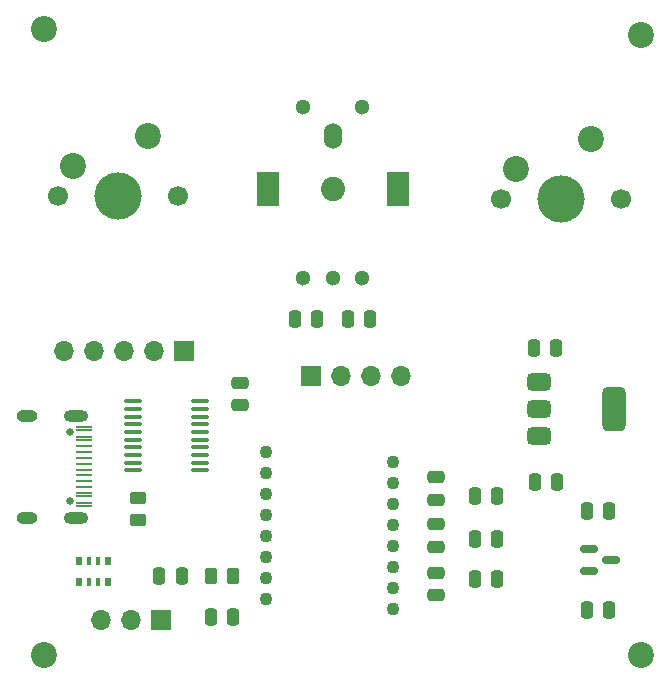
<source format=gbr>
%TF.GenerationSoftware,KiCad,Pcbnew,8.0.6*%
%TF.CreationDate,2024-12-31T08:05:46-06:00*%
%TF.ProjectId,003Ball,30303342-616c-46c2-9e6b-696361645f70,rev?*%
%TF.SameCoordinates,Original*%
%TF.FileFunction,Soldermask,Top*%
%TF.FilePolarity,Negative*%
%FSLAX46Y46*%
G04 Gerber Fmt 4.6, Leading zero omitted, Abs format (unit mm)*
G04 Created by KiCad (PCBNEW 8.0.6) date 2024-12-31 08:05:46*
%MOMM*%
%LPD*%
G01*
G04 APERTURE LIST*
G04 Aperture macros list*
%AMRoundRect*
0 Rectangle with rounded corners*
0 $1 Rounding radius*
0 $2 $3 $4 $5 $6 $7 $8 $9 X,Y pos of 4 corners*
0 Add a 4 corners polygon primitive as box body*
4,1,4,$2,$3,$4,$5,$6,$7,$8,$9,$2,$3,0*
0 Add four circle primitives for the rounded corners*
1,1,$1+$1,$2,$3*
1,1,$1+$1,$4,$5*
1,1,$1+$1,$6,$7*
1,1,$1+$1,$8,$9*
0 Add four rect primitives between the rounded corners*
20,1,$1+$1,$2,$3,$4,$5,0*
20,1,$1+$1,$4,$5,$6,$7,0*
20,1,$1+$1,$6,$7,$8,$9,0*
20,1,$1+$1,$8,$9,$2,$3,0*%
G04 Aperture macros list end*
%ADD10RoundRect,0.150000X-0.587500X-0.150000X0.587500X-0.150000X0.587500X0.150000X-0.587500X0.150000X0*%
%ADD11RoundRect,0.375000X-0.625000X-0.375000X0.625000X-0.375000X0.625000X0.375000X-0.625000X0.375000X0*%
%ADD12RoundRect,0.500000X-0.500000X-1.400000X0.500000X-1.400000X0.500000X1.400000X-0.500000X1.400000X0*%
%ADD13C,1.100000*%
%ADD14RoundRect,0.100000X0.637500X0.100000X-0.637500X0.100000X-0.637500X-0.100000X0.637500X-0.100000X0*%
%ADD15C,1.700000*%
%ADD16C,4.000000*%
%ADD17C,2.200000*%
%ADD18R,1.900000X3.000000*%
%ADD19O,1.550000X2.200000*%
%ADD20C,2.050000*%
%ADD21C,1.300000*%
%ADD22R,0.500000X0.800000*%
%ADD23R,0.400000X0.800000*%
%ADD24RoundRect,0.250000X0.262500X0.450000X-0.262500X0.450000X-0.262500X-0.450000X0.262500X-0.450000X0*%
%ADD25RoundRect,0.250000X0.450000X-0.262500X0.450000X0.262500X-0.450000X0.262500X-0.450000X-0.262500X0*%
%ADD26R,1.700000X1.700000*%
%ADD27O,1.700000X1.700000*%
%ADD28C,0.650000*%
%ADD29R,1.400000X0.250000*%
%ADD30O,2.100000X1.000000*%
%ADD31O,1.800000X1.000000*%
%ADD32RoundRect,0.250000X-0.250000X-0.475000X0.250000X-0.475000X0.250000X0.475000X-0.250000X0.475000X0*%
%ADD33RoundRect,0.250000X0.250000X0.475000X-0.250000X0.475000X-0.250000X-0.475000X0.250000X-0.475000X0*%
%ADD34RoundRect,0.250000X0.475000X-0.250000X0.475000X0.250000X-0.475000X0.250000X-0.475000X-0.250000X0*%
%ADD35RoundRect,0.250000X-0.475000X0.250000X-0.475000X-0.250000X0.475000X-0.250000X0.475000X0.250000X0*%
G04 APERTURE END LIST*
D10*
%TO.C,U4*%
X201112500Y-79050000D03*
X201112500Y-80950000D03*
X202987500Y-80000000D03*
%TD*%
D11*
%TO.C,U3*%
X196912500Y-64900000D03*
X196912500Y-67200000D03*
D12*
X203212500Y-67200000D03*
D11*
X196912500Y-69500000D03*
%TD*%
D13*
%TO.C,U2*%
X184500000Y-84150000D03*
X184500000Y-82370000D03*
X184500000Y-80590000D03*
X184500000Y-78810000D03*
X184500000Y-77030000D03*
X184500000Y-75250000D03*
X184500000Y-73470000D03*
X184500000Y-71690000D03*
X173800000Y-70800000D03*
X173800000Y-72580000D03*
X173800000Y-74360000D03*
X173800000Y-76140000D03*
X173800000Y-77920000D03*
X173800000Y-79700000D03*
X173800000Y-81480000D03*
X173800000Y-83260000D03*
%TD*%
D14*
%TO.C,U1*%
X168200000Y-72400000D03*
X168200000Y-71750000D03*
X168200000Y-71100000D03*
X168200000Y-70450000D03*
X168200000Y-69800000D03*
X168200000Y-69150000D03*
X168200000Y-68500000D03*
X168200000Y-67850000D03*
X168200000Y-67200000D03*
X168200000Y-66550000D03*
X162475000Y-66550000D03*
X162475000Y-67200000D03*
X162475000Y-67850000D03*
X162475000Y-68500000D03*
X162475000Y-69150000D03*
X162475000Y-69800000D03*
X162475000Y-70450000D03*
X162475000Y-71100000D03*
X162475000Y-71750000D03*
X162475000Y-72400000D03*
%TD*%
D15*
%TO.C,SW3*%
X193640000Y-49400000D03*
D16*
X198720000Y-49400000D03*
D15*
X203800000Y-49400000D03*
D17*
X201260000Y-44320000D03*
X194910000Y-46860000D03*
%TD*%
D18*
%TO.C,SW2*%
X173915000Y-48605000D03*
D19*
X179415000Y-44105000D03*
D20*
X179415000Y-48605000D03*
D18*
X184915000Y-48605000D03*
D21*
X176915000Y-56105000D03*
X181915000Y-56105000D03*
X179415000Y-56105000D03*
X176915000Y-41605000D03*
X181915000Y-41605000D03*
%TD*%
D15*
%TO.C,SW1*%
X156120000Y-49200000D03*
D16*
X161200000Y-49200000D03*
D15*
X166280000Y-49200000D03*
D17*
X163740000Y-44120000D03*
X157390000Y-46660000D03*
%TD*%
D22*
%TO.C,RN1*%
X157952500Y-81875000D03*
D23*
X158752500Y-81875000D03*
X159552500Y-81875000D03*
D22*
X160352500Y-81875000D03*
X160352500Y-80075000D03*
D23*
X159552500Y-80075000D03*
X158752500Y-80075000D03*
D22*
X157952500Y-80075000D03*
%TD*%
D24*
%TO.C,R2*%
X170950000Y-81365000D03*
X169125000Y-81365000D03*
%TD*%
D25*
%TO.C,R1*%
X162952500Y-76587500D03*
X162952500Y-74762500D03*
%TD*%
D26*
%TO.C,J4*%
X177600000Y-64400000D03*
D27*
X180140000Y-64400000D03*
X182680000Y-64400000D03*
X185220000Y-64400000D03*
%TD*%
D26*
%TO.C,J3*%
X166832500Y-62275000D03*
D27*
X164292500Y-62275000D03*
X161752500Y-62275000D03*
X159212500Y-62275000D03*
X156672500Y-62275000D03*
%TD*%
D26*
%TO.C,J2*%
X164880000Y-85100000D03*
D27*
X162340000Y-85100000D03*
X159800000Y-85100000D03*
%TD*%
D28*
%TO.C,J1*%
X157140000Y-69185000D03*
X157140000Y-74965000D03*
D29*
X158340000Y-68750000D03*
X158340000Y-69550000D03*
X158340000Y-70825000D03*
X158340000Y-71825000D03*
X158340000Y-72325000D03*
X158340000Y-70325000D03*
X158340000Y-74600000D03*
X158340000Y-75400000D03*
X158340000Y-75150000D03*
X158340000Y-74350000D03*
X158340000Y-73825000D03*
X158340000Y-72825000D03*
X158340000Y-71325000D03*
X158340000Y-73325000D03*
X158340000Y-69800000D03*
X158340000Y-69000000D03*
D30*
X157640000Y-67755000D03*
D31*
X153490000Y-67755000D03*
D30*
X157640000Y-76395000D03*
D31*
X153490000Y-76395000D03*
%TD*%
D17*
%TO.C,H4*%
X205500000Y-88000000D03*
%TD*%
%TO.C,H3*%
X205500000Y-35500000D03*
%TD*%
%TO.C,H2*%
X155000000Y-88000000D03*
%TD*%
%TO.C,H1*%
X155000000Y-35000000D03*
%TD*%
D32*
%TO.C,C15*%
X169100000Y-84800000D03*
X171000000Y-84800000D03*
%TD*%
D33*
%TO.C,C14*%
X166625000Y-81365000D03*
X164725000Y-81365000D03*
%TD*%
D34*
%TO.C,C13*%
X188125000Y-74865000D03*
X188125000Y-72965000D03*
%TD*%
D32*
%TO.C,C12*%
X191425000Y-74565000D03*
X193325000Y-74565000D03*
%TD*%
%TO.C,C11*%
X191425000Y-78165000D03*
X193325000Y-78165000D03*
%TD*%
D34*
%TO.C,C10*%
X188125000Y-78865000D03*
X188125000Y-76965000D03*
%TD*%
D32*
%TO.C,C9*%
X191425000Y-81565000D03*
X193325000Y-81565000D03*
%TD*%
D35*
%TO.C,C8*%
X188125000Y-81065000D03*
X188125000Y-82965000D03*
%TD*%
D32*
%TO.C,C7*%
X200900000Y-84200000D03*
X202800000Y-84200000D03*
%TD*%
D33*
%TO.C,C6*%
X202800000Y-75800000D03*
X200900000Y-75800000D03*
%TD*%
%TO.C,C5*%
X196450000Y-62000000D03*
X198350000Y-62000000D03*
%TD*%
D32*
%TO.C,C4*%
X196500000Y-73400000D03*
X198400000Y-73400000D03*
%TD*%
D33*
%TO.C,C3*%
X178100000Y-59600000D03*
X176200000Y-59600000D03*
%TD*%
%TO.C,C2*%
X182600000Y-59600000D03*
X180700000Y-59600000D03*
%TD*%
D35*
%TO.C,C1*%
X171600000Y-65000000D03*
X171600000Y-66900000D03*
%TD*%
M02*

</source>
